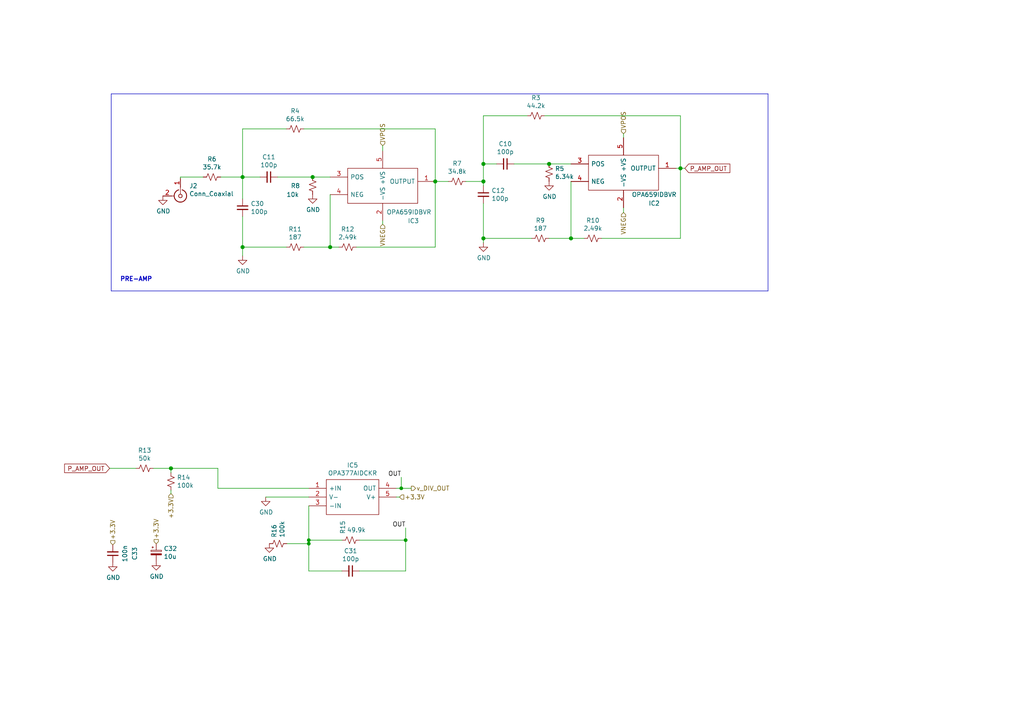
<source format=kicad_sch>
(kicad_sch (version 20201015) (generator eeschema)
  (paper "A4")
  (title_block (title "90 - 150KHz 40dB band pass pre-amp"))
  (lib_symbols
    (symbol "Connector:Conn_Coaxial" (pin_names (offset 1.016) hide)
      (property "Reference" "J" (at 0.254 3.048 0))
      (property "Value" "Conn_Coaxial" (at 2.921 0 90))
      (symbol "Conn_Coaxial_0_1"
        (arc (start -1.778 0.508) (end 1.778 0) (radius (at -0.0508 0) (length 1.8034) (angles 163.6 0)) (stroke (width 0.254)))
        (arc (start 1.778 0) (end -1.778 -0.508) (radius (at -0.0254 0) (length 1.8034) (angles 0 -163.8)) (stroke (width 0.254)))
        (circle (center 0 0) (radius 0.508) (stroke (width 0.2032)))
        (polyline (pts (xy -2.54 0) (xy -0.508 0)))
        (polyline (pts (xy 0 -2.54) (xy 0 -1.778)))
      )
      (symbol "Conn_Coaxial_1_1"
        (pin passive line (at -5.08 0 0) (length 2.54) (name "In") (number "1"))
        (pin passive line (at 0 -5.08 90) (length 2.54) (name "Ext") (number "2"))
      )
    )
    (symbol "Device:C_Polarized_Small" (pin_numbers hide) (pin_names (offset 0.254) hide)
      (property "Reference" "C" (at 0.254 1.778 0))
      (property "Value" "C_Polarized_Small" (at 0.254 -2.032 0))
      (symbol "C_Polarized_Small_0_1"
        (rectangle (start -1.524 -0.3048) (end 1.524 -0.6858) (fill (type outline)))
        (rectangle (start -1.524 0.6858) (end 1.524 0.3048))
        (polyline (pts (xy -1.27 1.524) (xy -0.762 1.524)))
        (polyline (pts (xy -1.016 1.27) (xy -1.016 1.778)))
      )
      (symbol "C_Polarized_Small_1_1"
        (pin passive line (at 0 2.54 270) (length 1.8542) (name "~") (number "1"))
        (pin passive line (at 0 -2.54 90) (length 1.8542) (name "~") (number "2"))
      )
    )
    (symbol "Device:C_Small" (pin_numbers hide) (pin_names (offset 0.254) hide)
      (property "Reference" "C" (at 0.254 1.778 0))
      (property "Value" "C_Small" (at 0.254 -2.032 0))
      (symbol "C_Small_0_1"
        (polyline (pts (xy -1.524 -0.508) (xy 1.524 -0.508)) (stroke (width 0.3302)))
        (polyline (pts (xy -1.524 0.508) (xy 1.524 0.508)) (stroke (width 0.3048)))
      )
      (symbol "C_Small_1_1"
        (pin passive line (at 0 2.54 270) (length 2.032) (name "~") (number "1"))
        (pin passive line (at 0 -2.54 90) (length 2.032) (name "~") (number "2"))
      )
    )
    (symbol "Device:R_Small_US" (pin_numbers hide) (pin_names (offset 0.254) hide)
      (property "Reference" "R" (at 0.762 0.508 0))
      (property "Value" "R_Small_US" (at 0.762 -1.016 0))
      (symbol "R_Small_US_1_1"
        (polyline (pts (xy 0 0) (xy 1.016 -0.381) (xy 0 -0.762) (xy -1.016 -1.143) (xy 0 -1.524)))
        (polyline (pts (xy 0 1.524) (xy 1.016 1.143) (xy 0 0.762) (xy -1.016 0.381) (xy 0 0)))
        (pin passive line (at 0 2.54 270) (length 1.016) (name "~") (number "1"))
        (pin passive line (at 0 -2.54 90) (length 1.016) (name "~") (number "2"))
      )
    )
    (symbol "SamacSys_Parts:OPA377AIDCKR" (pin_names (offset 0.762))
      (property "Reference" "IC" (at 21.59 7.62 0))
      (property "Value" "OPA377AIDCKR" (at 21.59 5.08 0))
      (symbol "OPA377AIDCKR_0_0"
        (pin passive line (at 0 0 0) (length 5.08) (name "+IN") (number "1"))
        (pin passive line (at 0 -2.54 0) (length 5.08) (name "V-") (number "2"))
        (pin passive line (at 0 -5.08 0) (length 5.08) (name "-IN") (number "3"))
        (pin passive line (at 25.4 0 180) (length 5.08) (name "OUT") (number "4"))
        (pin passive line (at 25.4 -2.54 180) (length 5.08) (name "V+") (number "5"))
      )
      (symbol "OPA377AIDCKR_0_1"
        (polyline (pts (xy 5.08 2.54) (xy 20.32 2.54) (xy 20.32 -7.62) (xy 5.08 -7.62) (xy 5.08 2.54)) (stroke (width 0.1524)))
      )
    )
    (symbol "SamacSys_Parts:OPA659IDBVR" (pin_names (offset 0.762))
      (property "Reference" "IC" (at 26.67 7.62 0))
      (property "Value" "OPA659IDBVR" (at 26.67 5.08 0))
      (symbol "OPA659IDBVR_0_0"
        (pin passive line (at 30.48 -1.27 180) (length 5.08) (name "OUTPUT") (number "1"))
        (pin passive line (at 15.24 -12.7 90) (length 5.08) (name "-VS") (number "2"))
        (pin passive line (at 0 0 0) (length 5.08) (name "POS") (number "3"))
        (pin passive line (at 0 -5.08 0) (length 5.08) (name "NEG") (number "4"))
        (pin passive line (at 15.24 7.62 270) (length 5.08) (name "+VS") (number "5"))
      )
      (symbol "OPA659IDBVR_0_1"
        (polyline (pts (xy 5.08 2.54) (xy 25.4 2.54) (xy 25.4 -7.62) (xy 5.08 -7.62) (xy 5.08 2.54)) (stroke (width 0.1524)))
      )
    )
    (symbol "power:GND" (power) (pin_names (offset 0))
      (property "Value" "GND" (at 0 -3.81 0))
      (symbol "GND_0_1"
        (polyline (pts (xy 0 0) (xy 0 -1.27) (xy 1.27 -1.27) (xy 0 -2.54) (xy -1.27 -1.27) (xy 0 -1.27)))
      )
      (symbol "GND_1_1"
        (pin power_in line (at 0 0 270) (length 0) hide (name "GND") (number "1"))
      )
    )
  )
  (junction (at 49.5808 135.8392) (diameter 1.016))
  (junction (at 70.358 51.3588) (diameter 1.016))
  (junction (at 70.358 71.6788) (diameter 1.016))
  (junction (at 89.5604 156.6672) (diameter 0.9144))
  (junction (at 89.5604 157.6832) (diameter 0.9144))
  (junction (at 90.678 51.3588) (diameter 1.016))
  (junction (at 95.758 71.6788) (diameter 1.016))
  (junction (at 116.3828 141.6304) (diameter 0.9144))
  (junction (at 117.6528 156.6672) (diameter 0.9144))
  (junction (at 126.238 52.6288) (diameter 1.016))
  (junction (at 140.208 47.5488) (diameter 1.016))
  (junction (at 140.208 52.6288) (diameter 1.016))
  (junction (at 140.208 69.1388) (diameter 1.016))
  (junction (at 159.258 47.5488) (diameter 1.016))
  (junction (at 165.608 69.1388) (diameter 1.016))
  (junction (at 197.358 48.8188) (diameter 1.016))
  (wire (pts (xy 39.4208 135.8392) (xy 31.8008 135.8392)))
  (wire (pts (xy 44.5008 135.8392) (xy 49.5808 135.8392)))
  (wire (pts (xy 49.5808 135.8392) (xy 49.5808 137.1092)))
  (wire (pts (xy 49.5808 135.8392) (xy 63.1952 135.8392)))
  (wire (pts (xy 49.5808 142.1892) (xy 49.5808 143.1544)))
  (wire (pts (xy 52.324 51.3588) (xy 58.928 51.3588)))
  (wire (pts (xy 52.324 51.7652) (xy 52.324 51.3588)))
  (wire (pts (xy 63.1952 141.6304) (xy 63.1952 135.8392)))
  (wire (pts (xy 64.008 51.3588) (xy 70.358 51.3588)))
  (wire (pts (xy 70.358 37.3888) (xy 70.358 51.3588)))
  (wire (pts (xy 70.358 51.3588) (xy 70.358 57.7088)))
  (wire (pts (xy 70.358 51.3588) (xy 75.438 51.3588)))
  (wire (pts (xy 70.358 62.7888) (xy 70.358 71.6788)))
  (wire (pts (xy 70.358 71.6788) (xy 70.358 74.2188)))
  (wire (pts (xy 77.0636 144.1704) (xy 89.5604 144.1704)))
  (wire (pts (xy 80.518 51.3588) (xy 90.678 51.3588)))
  (wire (pts (xy 83.058 37.3888) (xy 70.358 37.3888)))
  (wire (pts (xy 83.058 71.6788) (xy 70.358 71.6788)))
  (wire (pts (xy 88.138 37.3888) (xy 126.238 37.3888)))
  (wire (pts (xy 88.138 71.6788) (xy 95.758 71.6788)))
  (wire (pts (xy 89.5604 141.6304) (xy 63.1952 141.6304)))
  (wire (pts (xy 89.5604 146.7104) (xy 89.5604 156.6672)))
  (wire (pts (xy 89.5604 156.6672) (xy 89.5604 157.6832)))
  (wire (pts (xy 89.5604 156.6672) (xy 99.2124 156.6672)))
  (wire (pts (xy 89.5604 157.6832) (xy 83.2104 157.6832)))
  (wire (pts (xy 89.5604 157.6832) (xy 89.5604 165.608)))
  (wire (pts (xy 90.678 51.3588) (xy 95.758 51.3588)))
  (wire (pts (xy 95.758 56.4388) (xy 95.758 71.6788)))
  (wire (pts (xy 95.758 71.6788) (xy 98.298 71.6788)))
  (wire (pts (xy 99.1616 165.608) (xy 89.5604 165.608)))
  (wire (pts (xy 103.378 71.6788) (xy 126.238 71.6788)))
  (wire (pts (xy 104.2416 165.608) (xy 117.6528 165.608)))
  (wire (pts (xy 110.998 42.2656) (xy 110.998 43.7388)))
  (wire (pts (xy 110.998 64.0588) (xy 110.998 65.024)))
  (wire (pts (xy 114.9604 141.6304) (xy 116.3828 141.6304)))
  (wire (pts (xy 114.9604 144.1704) (xy 115.8748 144.1704)))
  (wire (pts (xy 116.3828 138.43) (xy 116.3828 141.6304)))
  (wire (pts (xy 116.3828 141.6304) (xy 119.2784 141.6304)))
  (wire (pts (xy 117.6528 153.1112) (xy 117.6528 156.6672)))
  (wire (pts (xy 117.6528 156.6672) (xy 104.2924 156.6672)))
  (wire (pts (xy 117.6528 156.6672) (xy 117.6528 165.608)))
  (wire (pts (xy 126.238 37.3888) (xy 126.238 52.6288)))
  (wire (pts (xy 126.238 71.6788) (xy 126.238 52.6288)))
  (wire (pts (xy 130.048 52.6288) (xy 126.238 52.6288)))
  (wire (pts (xy 135.128 52.6288) (xy 140.208 52.6288)))
  (wire (pts (xy 140.208 33.5788) (xy 140.208 47.5488)))
  (wire (pts (xy 140.208 47.5488) (xy 140.208 52.6288)))
  (wire (pts (xy 140.208 52.6288) (xy 140.208 53.8988)))
  (wire (pts (xy 140.208 58.9788) (xy 140.208 69.1388)))
  (wire (pts (xy 140.208 69.1388) (xy 140.208 70.4088)))
  (wire (pts (xy 140.208 69.1388) (xy 154.178 69.1388)))
  (wire (pts (xy 144.018 47.5488) (xy 140.208 47.5488)))
  (wire (pts (xy 149.098 47.5488) (xy 159.258 47.5488)))
  (wire (pts (xy 152.908 33.5788) (xy 140.208 33.5788)))
  (wire (pts (xy 157.988 33.5788) (xy 197.358 33.5788)))
  (wire (pts (xy 159.258 47.5488) (xy 165.608 47.5488)))
  (wire (pts (xy 159.258 69.1388) (xy 165.608 69.1388)))
  (wire (pts (xy 165.608 52.6288) (xy 165.608 69.1388)))
  (wire (pts (xy 165.608 69.1388) (xy 169.418 69.1388)))
  (wire (pts (xy 174.498 69.1388) (xy 197.358 69.1388)))
  (wire (pts (xy 180.848 38.8112) (xy 180.848 39.9288)))
  (wire (pts (xy 180.848 60.2488) (xy 180.848 61.6204)))
  (wire (pts (xy 196.088 48.8188) (xy 197.358 48.8188)))
  (wire (pts (xy 197.358 33.5788) (xy 197.358 48.8188)))
  (wire (pts (xy 197.358 48.8188) (xy 198.628 48.8188)))
  (wire (pts (xy 197.358 69.1388) (xy 197.358 48.8188)))
  (polyline (pts (xy 32.258 27.2288) (xy 32.258 84.3788)) (stroke (width 0) (type solid)))
  (polyline (pts (xy 32.258 84.3788) (xy 222.758 84.3788)) (stroke (width 0) (type solid)))
  (polyline (pts (xy 222.758 27.2288) (xy 32.258 27.2288)) (stroke (width 0) (type solid)))
  (polyline (pts (xy 222.758 84.3788) (xy 222.758 27.2288)) (stroke (width 0) (type solid)))
  (text "PRE-AMP\n" (at 34.798 81.8388 0) (effects (font (size 1.27 1.27) (thickness 0.254) bold) (justify left bottom)))
  (label "OUT" (at 116.3828 138.43 180))
  (label "OUT" (at 117.6528 153.1112 180))
  (global_label "P_AMP_OUT" (shape input) (at 31.8008 135.8392 180) (property "Intersheet References" "${INTERSHEET_REFS}" (effects hide)))
  (global_label "P_AMP_OUT" (shape input) (at 198.628 48.8188 0) (property "Intersheet References" "${INTERSHEET_REFS}" (effects hide)))
  (hierarchical_label "+3.3V" (shape input) (at 32.7152 158.0388 90))
  (hierarchical_label "+3.3V" (shape input) (at 45.3136 157.734 90))
  (hierarchical_label "+3.3V" (shape input) (at 49.5808 143.1544 270))
  (hierarchical_label "VPOS" (shape input) (at 110.998 42.2656 90))
  (hierarchical_label "VNEG" (shape input) (at 110.998 65.024 270))
  (hierarchical_label "+3.3V" (shape input) (at 115.8748 144.1704 0))
  (hierarchical_label "v_DIV_OUT" (shape output) (at 119.2784 141.6304 0))
  (hierarchical_label "VPOS" (shape input) (at 180.848 38.8112 90))
  (hierarchical_label "VNEG" (shape input) (at 180.848 61.6204 270))
  (symbol (lib_id "power:GND") (at 32.7152 163.1188 0) (unit 1)
    (property "Reference" "#PWR037" (effects hide))
    (property "Value" "GND" (at 32.8422 167.513 0))
  )
  (symbol (lib_id "power:GND") (at 45.3136 162.814 0) (unit 1)
    (property "Reference" "#PWR036" (effects hide))
    (property "Value" "GND" (at 45.4406 167.2082 0))
  )
  (symbol (lib_id "power:GND") (at 47.244 56.8452 0) (unit 1)
    (property "Reference" "#PWR022" (effects hide))
    (property "Value" "GND" (at 47.371 61.2394 0))
  )
  (symbol (lib_id "power:GND") (at 70.358 74.2188 0) (unit 1)
    (property "Reference" "#PWR031" (effects hide))
    (property "Value" "GND" (at 70.485 78.613 0))
  )
  (symbol (lib_id "power:GND") (at 77.0636 144.1704 0) (unit 1)
    (property "Reference" "#PWR034" (effects hide))
    (property "Value" "GND" (at 77.1906 148.5646 0))
  )
  (symbol (lib_id "power:GND") (at 78.1304 157.6832 0) (unit 1)
    (property "Reference" "#PWR035" (effects hide))
    (property "Value" "GND" (at 78.2574 162.0774 0))
  )
  (symbol (lib_id "power:GND") (at 90.678 56.4388 0) (unit 1)
    (property "Reference" "#PWR021" (effects hide))
    (property "Value" "GND" (at 90.805 60.833 0))
  )
  (symbol (lib_id "power:GND") (at 140.208 70.4088 0) (unit 1)
    (property "Reference" "#PWR030" (effects hide))
    (property "Value" "GND" (at 140.335 74.803 0))
  )
  (symbol (lib_id "power:GND") (at 159.258 52.6288 0) (unit 1)
    (property "Reference" "#PWR020" (effects hide))
    (property "Value" "GND" (at 159.385 57.023 0))
  )
  (symbol (lib_id "Device:R_Small_US") (at 41.9608 135.8392 270) (unit 1)
    (property "Reference" "R13" (at 41.9608 130.6322 90))
    (property "Value" "50k" (at 41.9608 132.9436 90))
    (property "Footprint" "Resistor_SMD:R_0603_1608Metric" (effects hide))
    (property "LCSC Part #" " C23184" (effects hide))
  )
  (symbol (lib_id "Device:R_Small_US") (at 49.5808 139.6492 180) (unit 1)
    (property "Reference" "R14" (at 51.308 138.4808 0) (effects (justify right)))
    (property "Value" "100k" (at 51.308 140.7922 0) (effects (justify right)))
    (property "Footprint" "Resistor_SMD:R_0603_1608Metric" (effects hide))
    (property "LCSC Part #" " C25803" (effects hide))
  )
  (symbol (lib_id "Device:R_Small_US") (at 61.468 51.3588 270) (unit 1)
    (property "Reference" "R6" (at 61.468 46.1518 90))
    (property "Value" "35.7k" (at 61.468 48.4632 90))
    (property "Footprint" "Resistor_SMD:R_0402_1005Metric" (effects hide))
    (property "LCSC Part #" " C26975" (effects hide))
  )
  (symbol (lib_id "Device:R_Small_US") (at 80.6704 157.6832 270) (unit 1)
    (property "Reference" "R16" (at 79.502 155.956 0) (effects (justify right)))
    (property "Value" "100k" (at 81.8134 155.956 0) (effects (justify right)))
    (property "Footprint" "Resistor_SMD:R_0603_1608Metric" (effects hide))
    (property "LCSC Part #" " C25803" (effects hide))
  )
  (symbol (lib_id "Device:R_Small_US") (at 85.598 37.3888 270) (unit 1)
    (property "Reference" "R4" (at 85.598 32.1818 90))
    (property "Value" "66.5k" (at 85.598 34.4932 90))
    (property "Footprint" "Resistor_SMD:R_0402_1005Metric" (effects hide))
    (property "LCSC Part #" " C29381" (effects hide))
  )
  (symbol (lib_id "Device:R_Small_US") (at 85.598 71.6788 270) (unit 1)
    (property "Reference" "R11" (at 85.598 66.4718 90))
    (property "Value" "187" (at 85.598 68.7832 90))
    (property "Footprint" "Resistor_SMD:R_0402_1005Metric" (effects hide))
    (property "LCSC Part #" "C39887" (effects hide))
  )
  (symbol (lib_id "Device:R_Small_US") (at 90.678 53.8988 180) (unit 1)
    (property "Reference" "R8" (at 84.328 53.8988 0) (effects (justify right)))
    (property "Value" "10k" (at 83.058 56.4388 0) (effects (justify right)))
    (property "Footprint" "Resistor_SMD:R_0402_1005Metric" (effects hide))
    (property "LCSC Part #" " C25744" (effects hide))
  )
  (symbol (lib_id "Device:R_Small_US") (at 100.838 71.6788 270) (unit 1)
    (property "Reference" "R12" (at 100.838 66.4718 90))
    (property "Value" "2.49k" (at 100.838 68.7832 90))
    (property "Footprint" "Resistor_SMD:R_0402_1005Metric" (effects hide))
    (property "LCSC Part #" " C25884" (effects hide))
  )
  (symbol (lib_id "Device:R_Small_US") (at 101.7524 156.6672 270) (unit 1)
    (property "Reference" "R15" (at 99.4156 154.8892 0) (effects (justify right)))
    (property "Value" "49.9k" (at 106.0954 153.7212 90) (effects (justify right)))
    (property "Footprint" "Resistor_SMD:R_0603_1608Metric" (effects hide))
    (property "LCSC Part #" " C25803" (effects hide))
  )
  (symbol (lib_id "Device:R_Small_US") (at 132.588 52.6288 270) (unit 1)
    (property "Reference" "R7" (at 132.588 47.4218 90))
    (property "Value" "34.8k" (at 132.588 49.7332 90))
    (property "Footprint" "Resistor_SMD:R_0402_1005Metric" (effects hide))
    (property "LCSC Part #" " C47493" (effects hide))
  )
  (symbol (lib_id "Device:R_Small_US") (at 155.448 33.5788 270) (unit 1)
    (property "Reference" "R3" (at 155.448 28.3718 90))
    (property "Value" "44.2k" (at 155.448 30.6832 90))
    (property "Footprint" "Resistor_SMD:R_0402_1005Metric" (effects hide))
    (property "LCSC Part #" " C25895" (effects hide))
  )
  (symbol (lib_id "Device:R_Small_US") (at 156.718 69.1388 270) (unit 1)
    (property "Reference" "R9" (at 156.718 63.9318 90))
    (property "Value" "187" (at 156.718 66.2432 90))
    (property "Footprint" "Resistor_SMD:R_0402_1005Metric" (effects hide))
    (property "LCSC Part #" "C39887" (effects hide))
  )
  (symbol (lib_id "Device:R_Small_US") (at 159.258 50.0888 180) (unit 1)
    (property "Reference" "R5" (at 160.9852 48.9204 0) (effects (justify right)))
    (property "Value" "6.34k" (at 160.9852 51.2318 0) (effects (justify right)))
    (property "Footprint" "Resistor_SMD:R_0402_1005Metric" (effects hide))
    (property "LCSC Part #" "C45013" (effects hide))
  )
  (symbol (lib_id "Device:R_Small_US") (at 171.958 69.1388 270) (unit 1)
    (property "Reference" "R10" (at 171.958 63.9318 90))
    (property "Value" "2.49k" (at 171.958 66.2432 90))
    (property "Footprint" "Resistor_SMD:R_0402_1005Metric" (effects hide))
    (property "LCSC Part #" " C25884" (effects hide))
  )
  (symbol (lib_id "Device:C_Polarized_Small") (at 45.3136 160.274 0) (unit 1)
    (property "Reference" "C32" (at 47.4727 159.1246 0) (effects (justify left)))
    (property "Value" "10u" (at 47.473 161.423 0) (effects (justify left)))
    (property "Footprint" "Capacitor_Tantalum_SMD:CP_EIA-3216-18_Kemet-A" (effects hide))
  )
  (symbol (lib_id "Device:C_Small") (at 32.7152 160.5788 180) (unit 1)
    (property "Reference" "C33" (at 39.0652 160.5788 90))
    (property "Value" "100n" (at 36.2204 160.5788 90))
    (property "Footprint" "Capacitor_SMD:C_0402_1005Metric" (effects hide))
    (property "LCSC Part #" "C1525" (effects hide))
  )
  (symbol (lib_id "Device:C_Small") (at 70.358 60.2488 0) (unit 1)
    (property "Reference" "C30" (at 72.6948 59.0804 0) (effects (justify left)))
    (property "Value" "100p" (at 72.6948 61.3918 0) (effects (justify left)))
    (property "Footprint" "Capacitor_SMD:C_0402_1005Metric" (effects hide))
    (property "LCSC Part #" "C1546" (effects hide))
  )
  (symbol (lib_id "Device:C_Small") (at 77.978 51.3588 270) (unit 1)
    (property "Reference" "C11" (at 77.978 45.5422 90))
    (property "Value" "100p" (at 77.978 47.8536 90))
    (property "Footprint" "Capacitor_SMD:C_0402_1005Metric" (effects hide))
    (property "LCSC Part #" "C1546" (effects hide))
  )
  (symbol (lib_id "Device:C_Small") (at 101.7016 165.608 270) (unit 1)
    (property "Reference" "C31" (at 101.7016 159.7914 90))
    (property "Value" "100p" (at 101.7016 162.1028 90))
    (property "Footprint" "Capacitor_SMD:C_0402_1005Metric" (effects hide))
    (property "LCSC Part #" "C1546" (effects hide))
  )
  (symbol (lib_id "Device:C_Small") (at 140.208 56.4388 0) (unit 1)
    (property "Reference" "C12" (at 142.5448 55.2704 0) (effects (justify left)))
    (property "Value" "100p" (at 142.5448 57.5818 0) (effects (justify left)))
    (property "Footprint" "Capacitor_SMD:C_0402_1005Metric" (effects hide))
    (property "LCSC Part #" "C1546" (effects hide))
  )
  (symbol (lib_id "Device:C_Small") (at 146.558 47.5488 270) (unit 1)
    (property "Reference" "C10" (at 146.558 41.7322 90))
    (property "Value" "100p" (at 146.558 44.0436 90))
    (property "Footprint" "Capacitor_SMD:C_0402_1005Metric" (effects hide))
    (property "LCSC Part #" "C1546" (effects hide))
  )
  (symbol (lib_id "Connector:Conn_Coaxial") (at 52.324 56.8452 270) (unit 1)
    (property "Reference" "J2" (at 54.8895 53.9178 90) (effects (justify left)))
    (property "Value" "Conn_Coaxial" (at 54.8895 56.2165 90) (effects (justify left)))
    (property "Footprint" "Connector_Coaxial:SMA_Wurth_60312002114503_Vertical" (effects hide))
    (property "Datasheet" " ~" (effects hide))
  )
  (symbol (lib_id "SamacSys_Parts:OPA377AIDCKR") (at 89.5604 141.6304 0) (unit 1)
    (property "Reference" "IC5" (at 102.2604 134.931 0))
    (property "Value" "OPA377AIDCKR" (at 102.2604 137.2297 0))
    (property "Footprint" "SamacSys_Parts:SOT65P210X110-5N" (effects hide))
    (property "Datasheet" "http://www.ti.com/lit/gpn/OPA377" (effects hide))
    (property "Description" "Low-Cost, Low Noise, 5.5MHz CMOS Operational Amplifier" (effects hide))
    (property "Height" "1.1" (effects hide))
    (property "Manufacturer_Name" "Texas Instruments" (effects hide))
    (property "Manufacturer_Part_Number" "OPA377AIDCKR" (effects hide))
    (property "Mouser Part Number" "595-OPA377AIDCKR" (effects hide))
    (property "Mouser Price/Stock" "https://www.mouser.co.uk/ProductDetail/Texas-Instruments/OPA377AIDCKR?qs=5EfgEbZ17BDM8Cs1nhpkww%3D%3D" (effects hide))
    (property "Arrow Part Number" "OPA377AIDCKR" (effects hide))
    (property "Arrow Price/Stock" "https://www.arrow.com/en/products/opa377aidckr/texas-instruments" (effects hide))
  )
  (symbol (lib_id "SamacSys_Parts:OPA659IDBVR") (at 95.758 51.3588 0) (unit 1)
    (property "Reference" "IC3" (at 119.888 64.0588 0))
    (property "Value" "OPA659IDBVR" (at 118.618 61.5188 0))
    (property "Footprint" "SamacSys_Parts:SOT95P280X145-5N" (effects hide))
    (property "Description" "Wideband, Unity-Gain Stable, JFET-Input OPERATIONAL AMPLIFIER" (effects hide))
    (property "Manufacturer_Name" "Texas Instruments" (effects hide))
    (property "Manufacturer_Part_Number" "OPA659IDBVR" (effects hide))
    (property "Arrow Part Number" "OPA659IDBVR" (effects hide))
    (property "Arrow Price/Stock" "https://www.arrow.com/en/products/opa659idbvr/texas-instruments" (effects hide))
    (property "Mouser Part Number" "595-OPA659IDBVR" (effects hide))
    (property "Mouser Price/Stock" "https://www.mouser.com/Search/Refine.aspx?Keyword=595-OPA659IDBVR" (effects hide))
  )
  (symbol (lib_id "SamacSys_Parts:OPA659IDBVR") (at 165.608 47.5488 0) (unit 1)
    (property "Reference" "IC2" (at 189.738 58.9788 0))
    (property "Value" "OPA659IDBVR" (at 189.738 56.4388 0))
    (property "Footprint" "SamacSys_Parts:SOT95P280X145-5N" (effects hide))
    (property "Description" "Wideband, Unity-Gain Stable, JFET-Input OPERATIONAL AMPLIFIER" (effects hide))
    (property "Manufacturer_Name" "Texas Instruments" (effects hide))
    (property "Manufacturer_Part_Number" "OPA659IDBVR" (effects hide))
    (property "Arrow Part Number" "OPA659IDBVR" (effects hide))
    (property "Arrow Price/Stock" "https://www.arrow.com/en/products/opa659idbvr/texas-instruments" (effects hide))
    (property "Mouser Part Number" "595-OPA659IDBVR" (effects hide))
    (property "Mouser Price/Stock" "https://www.mouser.com/Search/Refine.aspx?Keyword=595-OPA659IDBVR" (effects hide))
  )
)
</source>
